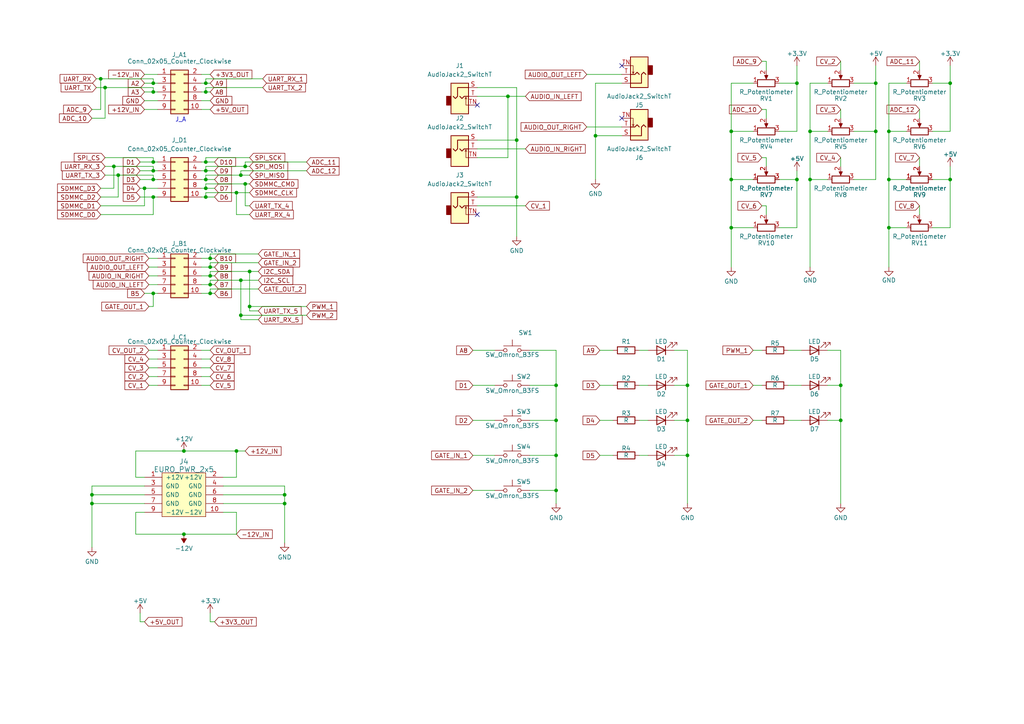
<source format=kicad_sch>
(kicad_sch (version 20231120) (generator "eeschema") (generator_version "8.0")
  (paper "A4")
  (lib_symbols
    (symbol "Connector_Audio:AudioJack2_SwitchT"
      (property "Reference" "J" (at 0 8.89 0))
      (property "Value" "AudioJack2_SwitchT" (at 0 6.35 0))
      (symbol "AudioJack2_SwitchT_0_1"
        (rectangle (start -2.54 0) (end -3.81 -2.54) (stroke (width 0.254)) (fill (type outline)))
        (polyline (pts (xy 1.778 -0.254) (xy 2.032 -0.762)))
        (polyline (pts (xy 0 0) (xy 0.635 -0.635) (xy 1.27 0) (xy 2.54 0)) (stroke (width 0.254)))
        (polyline (pts (xy 2.54 -2.54) (xy 1.778 -2.54) (xy 1.778 -0.254) (xy 1.524 -0.762)))
        (polyline (pts (xy 2.54 2.54) (xy -0.635 2.54) (xy -0.635 0) (xy -1.27 -0.635) (xy -1.905 0)) (stroke (width 0.254)))
        (rectangle (start 2.54 3.81) (end -2.54 -5.08) (stroke (width 0.254)) (fill (type background)))
      )
      (symbol "AudioJack2_SwitchT_1_1"
        (pin passive line (at 5.08 2.54 180) (length 2.54) (name "~") (number "S"))
        (pin passive line (at 5.08 0 180) (length 2.54) (name "~") (number "T"))
        (pin passive line (at 5.08 -2.54 180) (length 2.54) (name "~") (number "TN"))
      )
    )
    (symbol "Connector_Generic:Conn_02x05_Odd_Even" (pin_names (offset 1.016) hide)
      (property "Reference" "J" (at 1.27 7.62 0))
      (property "Value" "Conn_02x05_Odd_Even" (at 1.27 -7.62 0))
      (symbol "Conn_02x05_Odd_Even_1_1"
        (rectangle (start -1.27 -4.953) (end 0 -5.207) (stroke (width 0.1524)))
        (rectangle (start -1.27 -2.413) (end 0 -2.667) (stroke (width 0.1524)))
        (rectangle (start -1.27 0.127) (end 0 -0.127) (stroke (width 0.1524)))
        (rectangle (start -1.27 2.667) (end 0 2.413) (stroke (width 0.1524)))
        (rectangle (start -1.27 5.207) (end 0 4.953) (stroke (width 0.1524)))
        (rectangle (start -1.27 6.35) (end 3.81 -6.35) (stroke (width 0.254)) (fill (type background)))
        (rectangle (start 3.81 -4.953) (end 2.54 -5.207) (stroke (width 0.1524)))
        (rectangle (start 3.81 -2.413) (end 2.54 -2.667) (stroke (width 0.1524)))
        (rectangle (start 3.81 0.127) (end 2.54 -0.127) (stroke (width 0.1524)))
        (rectangle (start 3.81 2.667) (end 2.54 2.413) (stroke (width 0.1524)))
        (rectangle (start 3.81 5.207) (end 2.54 4.953) (stroke (width 0.1524)))
        (pin passive line (at -5.08 5.08 0) (length 3.81) (name "Pin_1") (number "1"))
        (pin passive line (at 7.62 -5.08 180) (length 3.81) (name "Pin_10") (number "10"))
        (pin passive line (at 7.62 5.08 180) (length 3.81) (name "Pin_2") (number "2"))
        (pin passive line (at -5.08 2.54 0) (length 3.81) (name "Pin_3") (number "3"))
        (pin passive line (at 7.62 2.54 180) (length 3.81) (name "Pin_4") (number "4"))
        (pin passive line (at -5.08 0 0) (length 3.81) (name "Pin_5") (number "5"))
        (pin passive line (at 7.62 0 180) (length 3.81) (name "Pin_6") (number "6"))
        (pin passive line (at -5.08 -2.54 0) (length 3.81) (name "Pin_7") (number "7"))
        (pin passive line (at 7.62 -2.54 180) (length 3.81) (name "Pin_8") (number "8"))
        (pin passive line (at -5.08 -5.08 0) (length 3.81) (name "Pin_9") (number "9"))
      )
    )
    (symbol "Device:LED" (pin_numbers hide) (pin_names (offset 1.016) hide)
      (property "Reference" "D" (at 0 2.54 0))
      (property "Value" "LED" (at 0 -2.54 0))
      (symbol "LED_0_1"
        (polyline (pts (xy -1.27 -1.27) (xy -1.27 1.27)) (stroke (width 0.254)))
        (polyline (pts (xy -1.27 0) (xy 1.27 0)))
        (polyline (pts (xy 1.27 -1.27) (xy 1.27 1.27) (xy -1.27 0) (xy 1.27 -1.27)) (stroke (width 0.254)))
        (polyline (pts (xy -3.048 -0.762) (xy -4.572 -2.286) (xy -3.81 -2.286) (xy -4.572 -2.286) (xy -4.572 -1.524)))
        (polyline (pts (xy -1.778 -0.762) (xy -3.302 -2.286) (xy -2.54 -2.286) (xy -3.302 -2.286) (xy -3.302 -1.524)))
      )
      (symbol "LED_1_1"
        (pin passive line (at -3.81 0 0) (length 2.54) (name "K") (number "1"))
        (pin passive line (at 3.81 0 180) (length 2.54) (name "A") (number "2"))
      )
    )
    (symbol "Device:R" (pin_numbers hide) (pin_names (offset 0))
      (property "Reference" "R" (at 2.032 0 90))
      (property "Value" "R" (at 0 0 90))
      (symbol "R_0_1"
        (rectangle (start -1.016 -2.54) (end 1.016 2.54) (stroke (width 0.254)))
      )
      (symbol "R_1_1"
        (pin passive line (at 0 3.81 270) (length 1.27) (name "~") (number "1"))
        (pin passive line (at 0 -3.81 90) (length 1.27) (name "~") (number "2"))
      )
    )
    (symbol "Device:R_Potentiometer" (pin_names (offset 1.016) hide)
      (property "Reference" "RV" (at -4.445 0 90))
      (property "Value" "R_Potentiometer" (at -2.54 0 90))
      (symbol "R_Potentiometer_0_1"
        (polyline (pts (xy 2.54 0) (xy 1.524 0)))
        (polyline (pts (xy 1.143 0) (xy 2.286 0.508) (xy 2.286 -0.508) (xy 1.143 0)) (fill (type outline)))
        (rectangle (start 1.016 2.54) (end -1.016 -2.54) (stroke (width 0.254)))
      )
      (symbol "R_Potentiometer_1_1"
        (pin passive line (at 0 3.81 270) (length 1.27) (name "1") (number "1"))
        (pin passive line (at 3.81 0 180) (length 1.27) (name "2") (number "2"))
        (pin passive line (at 0 -3.81 90) (length 1.27) (name "3") (number "3"))
      )
    )
    (symbol "Eurocad:EURO_PWR_2x5" (pin_names (offset 1.016))
      (property "Reference" "J" (at 0 -7.62 0))
      (property "Value" "EURO_PWR_2x5" (at 0 7.62 0))
      (symbol "EURO_PWR_2x5_0_1"
        (rectangle (start -6.35 6.35) (end 6.35 -6.35) (fill (type background)))
      )
      (symbol "EURO_PWR_2x5_1_1"
        (pin power_in line (at -11.43 5.08 0) (length 5.08) (name "+12V") (number "1"))
        (pin power_in line (at 11.43 -5.08 180) (length 5.08) (name "-12V") (number "10"))
        (pin power_in line (at 11.43 5.08 180) (length 5.08) (name "+12V") (number "2"))
        (pin power_in line (at -11.43 2.54 0) (length 5.08) (name "GND") (number "3"))
        (pin power_in line (at 11.43 2.54 180) (length 5.08) (name "GND") (number "4"))
        (pin power_in line (at -11.43 0 0) (length 5.08) (name "GND") (number "5"))
        (pin power_in line (at 11.43 0 180) (length 5.08) (name "GND") (number "6"))
        (pin power_in line (at -11.43 -2.54 0) (length 5.08) (name "GND") (number "7"))
        (pin power_in line (at 11.43 -2.54 180) (length 5.08) (name "GND") (number "8"))
        (pin power_in line (at -11.43 -5.08 0) (length 5.08) (name "-12V") (number "9"))
      )
    )
    (symbol "Switch:SW_Omron_B3FS" (pin_numbers hide) (pin_names (offset 1.016) hide)
      (property "Reference" "SW" (at 1.27 2.54 0))
      (property "Value" "SW_Omron_B3FS" (at 0 -1.524 0))
      (symbol "SW_Omron_B3FS_0_1"
        (circle (center -2.032 0) (radius 0.508))
        (polyline (pts (xy 0 1.27) (xy 0 3.048)))
        (polyline (pts (xy 2.54 1.27) (xy -2.54 1.27)))
        (circle (center 2.032 0) (radius 0.508))
        (pin passive line (at -5.08 0 0) (length 2.54) (name "1") (number "1"))
        (pin passive line (at 5.08 0 180) (length 2.54) (name "2") (number "2"))
      )
    )
    (symbol "power:+12V" (power) (pin_names (offset 0))
      (property "Value" "+12V" (at 0 3.556 0))
      (symbol "+12V_0_1"
        (polyline (pts (xy -0.762 1.27) (xy 0 2.54)))
        (polyline (pts (xy 0 0) (xy 0 2.54)))
        (polyline (pts (xy 0 2.54) (xy 0.762 1.27)))
      )
      (symbol "+12V_1_1"
        (pin power_in line (at 0 0 90) (length 0) hide (name "+12V") (number "1"))
      )
    )
    (symbol "power:+3.3V" (power) (pin_names (offset 0))
      (property "Value" "+3.3V" (at 0 3.556 0))
      (symbol "+3.3V_0_1"
        (polyline (pts (xy -0.762 1.27) (xy 0 2.54)))
        (polyline (pts (xy 0 0) (xy 0 2.54)))
        (polyline (pts (xy 0 2.54) (xy 0.762 1.27)))
      )
      (symbol "+3.3V_1_1"
        (pin power_in line (at 0 0 90) (length 0) hide (name "+3.3V") (number "1"))
      )
    )
    (symbol "power:+5V" (power) (pin_names (offset 0))
      (property "Value" "+5V" (at 0 3.556 0))
      (symbol "+5V_0_1"
        (polyline (pts (xy -0.762 1.27) (xy 0 2.54)))
        (polyline (pts (xy 0 0) (xy 0 2.54)))
        (polyline (pts (xy 0 2.54) (xy 0.762 1.27)))
      )
      (symbol "+5V_1_1"
        (pin power_in line (at 0 0 90) (length 0) hide (name "+5V") (number "1"))
      )
    )
    (symbol "power:-12V" (power) (pin_names (offset 0))
      (property "Value" "-12V" (at 0 3.81 0))
      (symbol "-12V_0_0"
        (pin power_in line (at 0 0 90) (length 0) hide (name "-12V") (number "1"))
      )
      (symbol "-12V_0_1"
        (polyline (pts (xy 0 0) (xy 0 1.27) (xy 0.762 1.27) (xy 0 2.54) (xy -0.762 1.27) (xy 0 1.27)) (fill (type outline)))
      )
    )
    (symbol "power:GND" (power) (pin_names (offset 0))
      (property "Value" "GND" (at 0 -3.81 0))
      (symbol "GND_0_1"
        (polyline (pts (xy 0 0) (xy 0 -1.27) (xy 1.27 -1.27) (xy 0 -2.54) (xy -1.27 -1.27) (xy 0 -1.27)))
      )
      (symbol "GND_1_1"
        (pin power_in line (at 0 0 270) (length 0) hide (name "GND") (number "1"))
      )
    )
  )
  (junction (at 212.09 66.04))
  (junction (at 72.39 78.74))
  (junction (at 44.45 26.67))
  (junction (at 161.29 142.24))
  (junction (at 44.45 85.09))
  (junction (at 60.96 85.09))
  (junction (at 231.14 52.07))
  (junction (at 275.59 52.07))
  (junction (at 59.69 26.67))
  (junction (at 257.81 66.04))
  (junction (at 60.96 74.93))
  (junction (at 60.96 82.55))
  (junction (at 30.48 25.4))
  (junction (at 68.58 130.81))
  (junction (at 68.58 55.88))
  (junction (at 41.91 54.61))
  (junction (at 26.67 146.05))
  (junction (at 199.39 132.08))
  (junction (at 44.45 24.13))
  (junction (at 59.69 46.99))
  (junction (at 33.02 48.26))
  (junction (at 29.21 22.86))
  (junction (at 59.69 52.07))
  (junction (at 275.59 24.13))
  (junction (at 231.14 24.13))
  (junction (at 71.12 48.26))
  (junction (at 72.39 88.9))
  (junction (at 161.29 121.92))
  (junction (at 69.85 91.44))
  (junction (at 161.29 132.08))
  (junction (at 147.32 27.94))
  (junction (at 257.81 52.07))
  (junction (at 199.39 121.92))
  (junction (at 60.96 77.47))
  (junction (at 59.69 24.13))
  (junction (at 26.67 143.51))
  (junction (at 199.39 111.76))
  (junction (at 59.69 54.61))
  (junction (at 82.55 143.51))
  (junction (at 234.95 52.07))
  (junction (at 149.86 57.15))
  (junction (at 44.45 46.99))
  (junction (at 44.45 57.15))
  (junction (at 53.34 154.94))
  (junction (at 59.69 49.53))
  (junction (at 34.29 50.8))
  (junction (at 234.95 38.1))
  (junction (at 212.09 52.07))
  (junction (at 71.12 53.34))
  (junction (at 161.29 111.76))
  (junction (at 212.09 38.1))
  (junction (at 254 38.1))
  (junction (at 82.55 146.05))
  (junction (at 53.34 130.81))
  (junction (at 69.85 81.28))
  (junction (at 172.72 39.37))
  (junction (at 243.84 121.92))
  (junction (at 149.86 40.64))
  (junction (at 44.45 52.07))
  (junction (at 257.81 38.1))
  (junction (at 59.69 57.15))
  (junction (at 254 24.13))
  (junction (at 243.84 111.76))
  (junction (at 69.85 50.8))
  (junction (at 60.96 80.01))
  (junction (at 44.45 49.53))
  (no_connect (at 180.34 19.05))
  (no_connect (at 138.43 62.23))
  (no_connect (at 138.43 30.48))
  (no_connect (at 180.34 34.29))
  (wire (pts (xy 58.42 104.14) (xy 60.96 104.14)))
  (wire (pts (xy 161.29 142.24) (xy 161.29 132.08)))
  (wire (pts (xy 234.95 38.1) (xy 240.03 38.1)))
  (wire (pts (xy 222.25 17.78) (xy 222.25 20.32)))
  (wire (pts (xy 220.98 31.75) (xy 222.25 31.75)))
  (wire (pts (xy 43.18 82.55) (xy 45.72 82.55)))
  (wire (pts (xy 60.96 180.34) (xy 62.23 180.34)))
  (wire (pts (xy 33.02 54.61) (xy 33.02 48.26)))
  (wire (pts (xy 138.43 45.72) (xy 147.32 45.72)))
  (wire (pts (xy 29.21 57.15) (xy 34.29 57.15)))
  (wire (pts (xy 44.45 57.15) (xy 45.72 57.15)))
  (wire (pts (xy 43.18 88.9) (xy 44.45 88.9)))
  (wire (pts (xy 29.21 31.75) (xy 29.21 22.86)))
  (wire (pts (xy 44.45 22.86) (xy 44.45 24.13)))
  (wire (pts (xy 240.03 24.13) (xy 234.95 24.13)))
  (wire (pts (xy 74.93 78.74) (xy 72.39 78.74)))
  (wire (pts (xy 275.59 66.04) (xy 275.59 52.07)))
  (wire (pts (xy 170.18 21.59) (xy 180.34 21.59)))
  (wire (pts (xy 137.16 132.08) (xy 143.51 132.08)))
  (wire (pts (xy 39.37 130.81) (xy 53.34 130.81)))
  (wire (pts (xy 212.09 66.04) (xy 218.44 66.04)))
  (wire (pts (xy 72.39 90.17) (xy 72.39 88.9)))
  (wire (pts (xy 60.96 78.74) (xy 60.96 80.01)))
  (wire (pts (xy 27.94 22.86) (xy 29.21 22.86)))
  (wire (pts (xy 64.77 148.59) (xy 68.58 148.59)))
  (wire (pts (xy 212.09 52.07) (xy 212.09 66.04)))
  (wire (pts (xy 44.45 25.4) (xy 44.45 26.67)))
  (wire (pts (xy 138.43 27.94) (xy 147.32 27.94)))
  (wire (pts (xy 58.42 49.53) (xy 59.69 49.53)))
  (wire (pts (xy 82.55 146.05) (xy 82.55 157.48)))
  (wire (pts (xy 218.44 111.76) (xy 220.98 111.76)))
  (wire (pts (xy 270.51 24.13) (xy 275.59 24.13)))
  (wire (pts (xy 161.29 132.08) (xy 161.29 121.92)))
  (wire (pts (xy 59.69 22.86) (xy 76.2 22.86)))
  (wire (pts (xy 137.16 142.24) (xy 143.51 142.24)))
  (wire (pts (xy 88.9 49.53) (xy 69.85 49.53)))
  (wire (pts (xy 212.09 38.1) (xy 212.09 52.07)))
  (wire (pts (xy 40.64 54.61) (xy 41.91 54.61)))
  (wire (pts (xy 212.09 52.07) (xy 218.44 52.07)))
  (wire (pts (xy 68.58 130.81) (xy 68.58 138.43)))
  (wire (pts (xy 68.58 154.94) (xy 68.58 148.59)))
  (wire (pts (xy 138.43 43.18) (xy 152.4 43.18)))
  (wire (pts (xy 30.48 34.29) (xy 30.48 25.4)))
  (wire (pts (xy 26.67 140.97) (xy 41.91 140.97)))
  (wire (pts (xy 220.98 59.69) (xy 222.25 59.69)))
  (wire (pts (xy 58.42 54.61) (xy 59.69 54.61)))
  (wire (pts (xy 266.7 31.75) (xy 266.7 34.29)))
  (wire (pts (xy 199.39 132.08) (xy 199.39 146.05)))
  (wire (pts (xy 59.69 25.4) (xy 76.2 25.4)))
  (wire (pts (xy 43.18 106.68) (xy 45.72 106.68)))
  (wire (pts (xy 138.43 40.64) (xy 149.86 40.64)))
  (wire (pts (xy 39.37 138.43) (xy 39.37 130.81)))
  (wire (pts (xy 228.6 111.76) (xy 232.41 111.76)))
  (wire (pts (xy 30.48 45.72) (xy 44.45 45.72)))
  (wire (pts (xy 27.94 25.4) (xy 30.48 25.4)))
  (wire (pts (xy 59.69 26.67) (xy 60.96 26.67)))
  (wire (pts (xy 270.51 38.1) (xy 275.59 38.1)))
  (wire (pts (xy 59.69 24.13) (xy 60.96 24.13)))
  (wire (pts (xy 173.99 111.76) (xy 177.8 111.76)))
  (wire (pts (xy 60.96 73.66) (xy 60.96 74.93)))
  (wire (pts (xy 172.72 24.13) (xy 172.72 39.37)))
  (wire (pts (xy 43.18 74.93) (xy 45.72 74.93)))
  (wire (pts (xy 43.18 101.6) (xy 45.72 101.6)))
  (wire (pts (xy 195.58 111.76) (xy 199.39 111.76)))
  (wire (pts (xy 199.39 111.76) (xy 199.39 121.92)))
  (wire (pts (xy 275.59 38.1) (xy 275.59 24.13)))
  (wire (pts (xy 58.42 52.07) (xy 59.69 52.07)))
  (wire (pts (xy 64.77 140.97) (xy 82.55 140.97)))
  (wire (pts (xy 64.77 146.05) (xy 82.55 146.05)))
  (wire (pts (xy 218.44 101.6) (xy 220.98 101.6)))
  (wire (pts (xy 231.14 19.05) (xy 231.14 24.13)))
  (wire (pts (xy 74.93 76.2) (xy 60.96 76.2)))
  (wire (pts (xy 41.91 85.09) (xy 44.45 85.09)))
  (wire (pts (xy 180.34 24.13) (xy 172.72 24.13)))
  (wire (pts (xy 72.39 88.9) (xy 88.9 88.9)))
  (wire (pts (xy 240.03 121.92) (xy 243.84 121.92)))
  (wire (pts (xy 58.42 80.01) (xy 60.96 80.01)))
  (wire (pts (xy 243.84 17.78) (xy 243.84 20.32)))
  (wire (pts (xy 60.96 74.93) (xy 62.23 74.93)))
  (wire (pts (xy 59.69 55.88) (xy 59.69 57.15)))
  (wire (pts (xy 44.45 52.07) (xy 45.72 52.07)))
  (wire (pts (xy 254 24.13) (xy 247.65 24.13)))
  (wire (pts (xy 58.42 85.09) (xy 60.96 85.09)))
  (wire (pts (xy 43.18 109.22) (xy 45.72 109.22)))
  (wire (pts (xy 41.91 24.13) (xy 44.45 24.13)))
  (wire (pts (xy 26.67 143.51) (xy 26.67 146.05)))
  (wire (pts (xy 199.39 101.6) (xy 199.39 111.76)))
  (wire (pts (xy 69.85 92.71) (xy 69.85 91.44)))
  (wire (pts (xy 58.42 82.55) (xy 60.96 82.55)))
  (wire (pts (xy 58.42 29.21) (xy 60.96 29.21)))
  (wire (pts (xy 58.42 46.99) (xy 59.69 46.99)))
  (wire (pts (xy 231.14 49.53) (xy 231.14 52.07)))
  (wire (pts (xy 68.58 138.43) (xy 64.77 138.43)))
  (wire (pts (xy 226.06 38.1) (xy 231.14 38.1)))
  (wire (pts (xy 64.77 143.51) (xy 82.55 143.51)))
  (wire (pts (xy 153.67 132.08) (xy 161.29 132.08)))
  (wire (pts (xy 82.55 140.97) (xy 82.55 143.51)))
  (wire (pts (xy 170.18 36.83) (xy 180.34 36.83)))
  (wire (pts (xy 222.25 45.72) (xy 222.25 48.26)))
  (wire (pts (xy 72.39 88.9) (xy 72.39 78.74)))
  (wire (pts (xy 222.25 59.69) (xy 222.25 62.23)))
  (wire (pts (xy 59.69 48.26) (xy 59.69 49.53)))
  (wire (pts (xy 44.45 26.67) (xy 45.72 26.67)))
  (wire (pts (xy 228.6 101.6) (xy 232.41 101.6)))
  (wire (pts (xy 41.91 138.43) (xy 39.37 138.43)))
  (wire (pts (xy 34.29 57.15) (xy 34.29 50.8)))
  (wire (pts (xy 26.67 146.05) (xy 41.91 146.05)))
  (wire (pts (xy 43.18 111.76) (xy 45.72 111.76)))
  (wire (pts (xy 69.85 81.28) (xy 60.96 81.28)))
  (wire (pts (xy 247.65 38.1) (xy 254 38.1)))
  (wire (pts (xy 41.91 31.75) (xy 45.72 31.75)))
  (wire (pts (xy 59.69 22.86) (xy 59.69 24.13)))
  (wire (pts (xy 59.69 49.53) (xy 62.23 49.53)))
  (wire (pts (xy 185.42 111.76) (xy 187.96 111.76)))
  (wire (pts (xy 218.44 121.92) (xy 220.98 121.92)))
  (wire (pts (xy 254 19.05) (xy 254 24.13)))
  (wire (pts (xy 72.39 55.88) (xy 68.58 55.88)))
  (wire (pts (xy 59.69 50.8) (xy 59.69 52.07)))
  (wire (pts (xy 72.39 78.74) (xy 60.96 78.74)))
  (wire (pts (xy 58.42 21.59) (xy 60.96 21.59)))
  (wire (pts (xy 173.99 101.6) (xy 177.8 101.6)))
  (wire (pts (xy 149.86 57.15) (xy 149.86 68.58)))
  (wire (pts (xy 222.25 31.75) (xy 222.25 34.29)))
  (wire (pts (xy 138.43 25.4) (xy 149.86 25.4)))
  (wire (pts (xy 44.45 88.9) (xy 44.45 85.09)))
  (wire (pts (xy 231.14 66.04) (xy 231.14 52.07)))
  (wire (pts (xy 153.67 111.76) (xy 161.29 111.76)))
  (wire (pts (xy 243.84 45.72) (xy 243.84 48.26)))
  (wire (pts (xy 173.99 132.08) (xy 177.8 132.08)))
  (wire (pts (xy 72.39 45.72) (xy 59.69 45.72)))
  (wire (pts (xy 43.18 104.14) (xy 45.72 104.14)))
  (wire (pts (xy 41.91 59.69) (xy 41.91 54.61)))
  (wire (pts (xy 74.93 92.71) (xy 69.85 92.71)))
  (wire (pts (xy 41.91 29.21) (xy 45.72 29.21)))
  (wire (pts (xy 149.86 40.64) (xy 149.86 57.15)))
  (wire (pts (xy 39.37 154.94) (xy 53.34 154.94)))
  (wire (pts (xy 53.34 130.81) (xy 68.58 130.81)))
  (wire (pts (xy 147.32 27.94) (xy 152.4 27.94)))
  (wire (pts (xy 60.96 83.82) (xy 60.96 85.09)))
  (wire (pts (xy 44.45 46.99) (xy 45.72 46.99)))
  (wire (pts (xy 270.51 66.04) (xy 275.59 66.04)))
  (wire (pts (xy 44.45 45.72) (xy 44.45 46.99)))
  (wire (pts (xy 82.55 143.51) (xy 82.55 146.05)))
  (wire (pts (xy 226.06 24.13) (xy 231.14 24.13)))
  (wire (pts (xy 172.72 39.37) (xy 172.72 52.07)))
  (wire (pts (xy 149.86 25.4) (xy 149.86 40.64)))
  (wire (pts (xy 257.81 24.13) (xy 262.89 24.13)))
  (wire (pts (xy 71.12 48.26) (xy 59.69 48.26)))
  (wire (pts (xy 212.09 38.1) (xy 218.44 38.1)))
  (wire (pts (xy 234.95 52.07) (xy 240.03 52.07)))
  (wire (pts (xy 26.67 143.51) (xy 41.91 143.51)))
  (wire (pts (xy 254 52.07) (xy 254 38.1)))
  (wire (pts (xy 40.64 49.53) (xy 44.45 49.53)))
  (wire (pts (xy 247.65 52.07) (xy 254 52.07)))
  (wire (pts (xy 240.03 101.6) (xy 243.84 101.6)))
  (wire (pts (xy 40.64 177.8) (xy 40.64 180.34)))
  (wire (pts (xy 58.42 26.67) (xy 59.69 26.67)))
  (wire (pts (xy 137.16 121.92) (xy 143.51 121.92)))
  (wire (pts (xy 172.72 39.37) (xy 180.34 39.37)))
  (wire (pts (xy 60.96 85.09) (xy 62.23 85.09)))
  (wire (pts (xy 58.42 109.22) (xy 60.96 109.22)))
  (wire (pts (xy 44.45 24.13) (xy 45.72 24.13)))
  (wire (pts (xy 72.39 48.26) (xy 71.12 48.26)))
  (wire (pts (xy 275.59 48.26) (xy 275.59 52.07)))
  (wire (pts (xy 195.58 132.08) (xy 199.39 132.08)))
  (wire (pts (xy 243.84 31.75) (xy 243.84 34.29)))
  (wire (pts (xy 220.98 17.78) (xy 222.25 17.78)))
  (wire (pts (xy 69.85 91.44) (xy 69.85 81.28)))
  (wire (pts (xy 41.91 148.59) (xy 39.37 148.59)))
  (wire (pts (xy 257.81 66.04) (xy 262.89 66.04)))
  (wire (pts (xy 60.96 81.28) (xy 60.96 82.55)))
  (wire (pts (xy 59.69 25.4) (xy 59.69 26.67)))
  (wire (pts (xy 41.91 54.61) (xy 45.72 54.61)))
  (wire (pts (xy 26.67 146.05) (xy 26.67 158.75)))
  (wire (pts (xy 30.48 48.26) (xy 33.02 48.26)))
  (wire (pts (xy 161.29 101.6) (xy 153.67 101.6)))
  (wire (pts (xy 68.58 62.23) (xy 68.58 55.88)))
  (wire (pts (xy 53.34 154.94) (xy 68.58 154.94)))
  (wire (pts (xy 243.84 121.92) (xy 243.84 146.05)))
  (wire (pts (xy 72.39 53.34) (xy 71.12 53.34)))
  (wire (pts (xy 59.69 46.99) (xy 62.23 46.99)))
  (wire (pts (xy 257.81 52.07) (xy 262.89 52.07)))
  (wire (pts (xy 161.29 111.76) (xy 161.29 101.6)))
  (wire (pts (xy 266.7 59.69) (xy 266.7 62.23)))
  (wire (pts (xy 270.51 52.07) (xy 275.59 52.07)))
  (wire (pts (xy 240.03 111.76) (xy 243.84 111.76)))
  (wire (pts (xy 58.42 101.6) (xy 60.96 101.6)))
  (wire (pts (xy 41.91 26.67) (xy 44.45 26.67)))
  (wire (pts (xy 71.12 59.69) (xy 71.12 53.34)))
  (wire (pts (xy 58.42 31.75) (xy 60.96 31.75)))
  (wire (pts (xy 44.45 49.53) (xy 45.72 49.53)))
  (wire (pts (xy 195.58 101.6) (xy 199.39 101.6)))
  (wire (pts (xy 59.69 57.15) (xy 62.23 57.15)))
  (wire (pts (xy 34.29 50.8) (xy 44.45 50.8)))
  (wire (pts (xy 68.58 130.81) (xy 71.12 130.81)))
  (wire (pts (xy 226.06 66.04) (xy 231.14 66.04)))
  (wire (pts (xy 71.12 46.99) (xy 71.12 48.26)))
  (wire (pts (xy 26.67 34.29) (xy 30.48 34.29)))
  (wire (pts (xy 72.39 59.69) (xy 71.12 59.69)))
  (wire (pts (xy 231.14 38.1) (xy 231.14 24.13)))
  (wire (pts (xy 88.9 46.99) (xy 71.12 46.99)))
  (wire (pts (xy 137.16 111.76) (xy 143.51 111.76)))
  (wire (pts (xy 185.42 101.6) (xy 187.96 101.6)))
  (wire (pts (xy 26.67 31.75) (xy 29.21 31.75)))
  (wire (pts (xy 40.64 52.07) (xy 44.45 52.07)))
  (wire (pts (xy 58.42 74.93) (xy 60.96 74.93)))
  (wire (pts (xy 69.85 91.44) (xy 88.9 91.44)))
  (wire (pts (xy 68.58 55.88) (xy 59.69 55.88)))
  (wire (pts (xy 58.42 106.68) (xy 60.96 106.68)))
  (wire (pts (xy 138.43 57.15) (xy 149.86 57.15)))
  (wire (pts (xy 41.91 21.59) (xy 45.72 21.59)))
  (wire (pts (xy 74.93 83.82) (xy 60.96 83.82)))
  (wire (pts (xy 74.93 81.28) (xy 69.85 81.28)))
  (wire (pts (xy 243.84 111.76) (xy 243.84 121.92)))
  (wire (pts (xy 257.81 38.1) (xy 262.89 38.1)))
  (wire (pts (xy 226.06 52.07) (xy 231.14 52.07)))
  (wire (pts (xy 60.96 77.47) (xy 62.23 77.47)))
  (wire (pts (xy 69.85 50.8) (xy 59.69 50.8)))
  (wire (pts (xy 257.81 52.07) (xy 257.81 38.1)))
  (wire (pts (xy 153.67 121.92) (xy 161.29 121.92)))
  (wire (pts (xy 58.42 57.15) (xy 59.69 57.15)))
  (wire (pts (xy 147.32 27.94) (xy 147.32 45.72)))
  (wire (pts (xy 185.42 132.08) (xy 187.96 132.08)))
  (wire (pts (xy 254 38.1) (xy 254 24.13)))
  (wire (pts (xy 199.39 121.92) (xy 199.39 132.08)))
  (wire (pts (xy 74.93 73.66) (xy 60.96 73.66)))
  (wire (pts (xy 228.6 121.92) (xy 232.41 121.92)))
  (wire (pts (xy 137.16 101.6) (xy 143.51 101.6)))
  (wire (pts (xy 44.45 48.26) (xy 44.45 49.53)))
  (wire (pts (xy 173.99 121.92) (xy 177.8 121.92)))
  (wire (pts (xy 58.42 24.13) (xy 59.69 24.13)))
  (wire (pts (xy 33.02 48.26) (xy 44.45 48.26)))
  (wire (pts (xy 257.81 38.1) (xy 257.81 24.13)))
  (wire (pts (xy 72.39 62.23) (xy 68.58 62.23)))
  (wire (pts (xy 266.7 45.72) (xy 266.7 48.26)))
  (wire (pts (xy 69.85 49.53) (xy 69.85 50.8)))
  (wire (pts (xy 29.21 62.23) (xy 44.45 62.23)))
  (wire (pts (xy 40.64 57.15) (xy 44.45 57.15)))
  (wire (pts (xy 43.18 77.47) (xy 45.72 77.47)))
  (wire (pts (xy 44.45 62.23) (xy 44.45 57.15)))
  (wire (pts (xy 60.96 80.01) (xy 62.23 80.01)))
  (wire (pts (xy 60.96 76.2) (xy 60.96 77.47)))
  (wire (pts (xy 40.64 180.34) (xy 41.91 180.34)))
  (wire (pts (xy 26.67 140.97) (xy 26.67 143.51)))
  (wire (pts (xy 44.45 85.09) (xy 45.72 85.09)))
  (wire (pts (xy 60.96 82.55) (xy 62.23 82.55)))
  (wire (pts (xy 161.29 121.92) (xy 161.29 111.76)))
  (wire (pts (xy 195.58 121.92) (xy 199.39 121.92)))
  (wire (pts (xy 266.7 17.78) (xy 266.7 20.32)))
  (wire (pts (xy 29.21 22.86) (xy 44.45 22.86)))
  (wire (pts (xy 72.39 50.8) (xy 69.85 50.8)))
  (wire (pts (xy 43.18 80.01) (xy 45.72 80.01)))
  (wire (pts (xy 59.69 54.61) (xy 62.23 54.61)))
  (wire (pts (xy 30.48 25.4) (xy 44.45 25.4)))
  (wire (pts (xy 185.42 121.92) (xy 187.96 121.92)))
  (wire (pts (xy 243.84 101.6) (xy 243.84 111.76)))
  (wire (pts (xy 44.45 50.8) (xy 44.45 52.07)))
  (wire (pts (xy 71.12 53.34) (xy 59.69 53.34)))
  (wire (pts (xy 40.64 46.99) (xy 44.45 46.99)))
  (wire (pts (xy 59.69 45.72) (xy 59.69 46.99)))
  (wire (pts (xy 212.09 77.47) (xy 212.09 66.04)))
  (wire (pts (xy 60.96 177.8) (xy 60.96 180.34)))
  (wire (pts (xy 29.21 54.61) (xy 33.02 54.61)))
  (wire (pts (xy 29.21 59.69) (xy 41.91 59.69)))
  (wire (pts (xy 59.69 53.34) (xy 59.69 54.61)))
  (wire (pts (xy 220.98 45.72) (xy 222.25 45.72)))
  (wire (pts (xy 275.59 19.05) (xy 275.59 24.13)))
  (wire (pts (xy 234.95 38.1) (xy 234.95 52.07)))
  (wire (pts (xy 161.29 146.05) (xy 161.29 142.24)))
  (wire (pts (xy 138.43 59.69) (xy 152.4 59.69)))
  (wire (pts (xy 218.44 24.13) (xy 212.09 24.13)))
  (wire (pts (xy 234.95 52.07) (xy 234.95 77.47)))
  (wire (pts (xy 58.42 77.47) (xy 60.96 77.47)))
  (wire (pts (xy 39.37 148.59) (xy 39.37 154.94)))
  (wire (pts (xy 59.69 52.07) (xy 62.23 52.07)))
  (wire (pts (xy 212.09 24.13) (xy 212.09 38.1)))
  (wire (pts (xy 58.42 111.76) (xy 60.96 111.76)))
  (wire (pts (xy 74.93 90.17) (xy 72.39 90.17)))
  (wire (pts (xy 234.95 24.13) (xy 234.95 38.1)))
  (wire (pts (xy 257.81 77.47) (xy 257.81 66.04)))
  (wire (pts (xy 257.81 66.04) (xy 257.81 52.07)))
  (wire (pts (xy 153.67 142.24) (xy 161.29 142.24)))
  (wire (pts (xy 30.48 50.8) (xy 34.29 50.8)))
  (text "J_A" (at 50.8 35.56 0) (effects (font (size 1.27 1.27)) (justify left bottom)))
  (global_label "D3" (shape input) (at 173.99 111.76 180) (property "Intersheetrefs" "${INTERSHEET_REFS}" (effects (hide yes))))
  (global_label "UART_TX_2" (shape input) (at 76.2 25.4 0) (property "Intersheetrefs" "${INTERSHEET_REFS}" (effects (hide yes))))
  (global_label "ADC_9" (shape input) (at 220.98 17.78 180) (property "Intersheetrefs" "${INTERSHEET_REFS}" (effects (hide yes))))
  (global_label "GATE_OUT_2" (shape input) (at 74.93 83.82 0) (property "Intersheetrefs" "${INTERSHEET_REFS}" (effects (hide yes))))
  (global_label "UART_TX_5" (shape input) (at 74.93 90.17 0) (property "Intersheetrefs" "${INTERSHEET_REFS}" (effects (hide yes))))
  (global_label "I2C_SDA" (shape input) (at 74.93 78.74 0) (property "Intersheetrefs" "${INTERSHEET_REFS}" (effects (hide yes))))
  (global_label "PWM_2" (shape input) (at 88.9 91.44 0) (property "Intersheetrefs" "${INTERSHEET_REFS}" (effects (hide yes))))
  (global_label "AUDIO_OUT_RIGHT" (shape input) (at 170.18 36.83 180) (property "Intersheetrefs" "${INTERSHEET_REFS}" (effects (hide yes))))
  (global_label "GND" (shape input) (at 60.96 29.21 0) (property "Intersheetrefs" "${INTERSHEET_REFS}" (effects (hide yes))))
  (global_label "D6" (shape input) (at 62.23 57.15 0) (property "Intersheetrefs" "${INTERSHEET_REFS}" (effects (hide yes))))
  (global_label "D2" (shape input) (at 137.16 121.92 180) (property "Intersheetrefs" "${INTERSHEET_REFS}" (effects (hide yes))))
  (global_label "CV_1" (shape input) (at 43.18 111.76 180) (property "Intersheetrefs" "${INTERSHEET_REFS}" (effects (hide yes))))
  (global_label "SPI_MOSI" (shape input) (at 72.39 48.26 0) (property "Intersheetrefs" "${INTERSHEET_REFS}" (effects (hide yes))))
  (global_label "+12V_IN" (shape input) (at 71.12 130.81 0) (property "Intersheetrefs" "${INTERSHEET_REFS}" (effects (hide yes))))
  (global_label "PWM_1" (shape input) (at 88.9 88.9 0) (property "Intersheetrefs" "${INTERSHEET_REFS}" (effects (hide yes))))
  (global_label "UART_RX_5" (shape input) (at 74.93 92.71 0) (property "Intersheetrefs" "${INTERSHEET_REFS}" (effects (hide yes))))
  (global_label "D1" (shape input) (at 40.64 46.99 180) (property "Intersheetrefs" "${INTERSHEET_REFS}" (effects (hide yes))))
  (global_label "+12V_IN" (shape input) (at 41.91 31.75 180) (property "Intersheetrefs" "${INTERSHEET_REFS}" (effects (hide yes))))
  (global_label "B5" (shape input) (at 41.91 85.09 180) (property "Intersheetrefs" "${INTERSHEET_REFS}" (effects (hide yes))))
  (global_label "CV_OUT_2" (shape input) (at 43.18 101.6 180) (property "Intersheetrefs" "${INTERSHEET_REFS}" (effects (hide yes))))
  (global_label "ADC_12" (shape input) (at 88.9 49.53 0) (property "Intersheetrefs" "${INTERSHEET_REFS}" (effects (hide yes))))
  (global_label "-12V_IN" (shape input) (at 68.58 154.94 0) (property "Intersheetrefs" "${INTERSHEET_REFS}" (effects (hide yes))))
  (global_label "SDMMC_CMD" (shape input) (at 72.39 53.34 0) (property "Intersheetrefs" "${INTERSHEET_REFS}" (effects (hide yes))))
  (global_label "B6" (shape input) (at 62.23 85.09 0) (property "Intersheetrefs" "${INTERSHEET_REFS}" (effects (hide yes))))
  (global_label "GND" (shape input) (at 41.91 29.21 180) (property "Intersheetrefs" "${INTERSHEET_REFS}" (effects (hide yes))))
  (global_label "+3V3_OUT" (shape input) (at 62.23 180.34 0) (property "Intersheetrefs" "${INTERSHEET_REFS}" (effects (hide yes))))
  (global_label "GATE_OUT_2" (shape input) (at 218.44 121.92 180) (property "Intersheetrefs" "${INTERSHEET_REFS}" (effects (hide yes))))
  (global_label "AUDIO_IN_LEFT" (shape input) (at 152.4 27.94 0) (property "Intersheetrefs" "${INTERSHEET_REFS}" (effects (hide yes))))
  (global_label "SPI_CS" (shape input) (at 30.48 45.72 180) (property "Intersheetrefs" "${INTERSHEET_REFS}" (effects (hide yes))))
  (global_label "CV_7" (shape input) (at 266.7 45.72 180) (property "Intersheetrefs" "${INTERSHEET_REFS}" (effects (hide yes))))
  (global_label "D5" (shape input) (at 40.64 57.15 180) (property "Intersheetrefs" "${INTERSHEET_REFS}" (effects (hide yes))))
  (global_label "CV_8" (shape input) (at 60.96 104.14 0) (property "Intersheetrefs" "${INTERSHEET_REFS}" (effects (hide yes))))
  (global_label "ADC_10" (shape input) (at 26.67 34.29 180) (property "Intersheetrefs" "${INTERSHEET_REFS}" (effects (hide yes))))
  (global_label "D4" (shape input) (at 40.64 54.61 180) (property "Intersheetrefs" "${INTERSHEET_REFS}" (effects (hide yes))))
  (global_label "AUDIO_IN_RIGHT" (shape input) (at 43.18 80.01 180) (property "Intersheetrefs" "${INTERSHEET_REFS}" (effects (hide yes))))
  (global_label "D10" (shape input) (at 62.23 46.99 0) (property "Intersheetrefs" "${INTERSHEET_REFS}" (effects (hide yes))))
  (global_label "A9" (shape input) (at 60.96 24.13 0) (property "Intersheetrefs" "${INTERSHEET_REFS}" (effects (hide yes))))
  (global_label "A3" (shape input) (at 41.91 26.67 180) (property "Intersheetrefs" "${INTERSHEET_REFS}" (effects (hide yes))))
  (global_label "SDMMC_D2" (shape input) (at 29.21 57.15 180) (property "Intersheetrefs" "${INTERSHEET_REFS}" (effects (hide yes))))
  (global_label "CV_6" (shape input) (at 60.96 109.22 0) (property "Intersheetrefs" "${INTERSHEET_REFS}" (effects (hide yes))))
  (global_label "GATE_IN_1" (shape input) (at 137.16 132.08 180) (property "Intersheetrefs" "${INTERSHEET_REFS}" (effects (hide yes))))
  (global_label "SDMMC_D1" (shape input) (at 29.21 59.69 180) (property "Intersheetrefs" "${INTERSHEET_REFS}" (effects (hide yes))))
  (global_label "GATE_IN_1" (shape input) (at 74.93 73.66 0) (property "Intersheetrefs" "${INTERSHEET_REFS}" (effects (hide yes))))
  (global_label "AUDIO_OUT_LEFT" (shape input) (at 170.18 21.59 180) (property "Intersheetrefs" "${INTERSHEET_REFS}" (effects (hide yes))))
  (global_label "D7" (shape input) (at 62.23 54.61 0) (property "Intersheetrefs" "${INTERSHEET_REFS}" (effects (hide yes))))
  (global_label "+5V_OUT" (shape input) (at 41.91 180.34 0) (property "Intersheetrefs" "${INTERSHEET_REFS}" (effects (hide yes))))
  (global_label "SDMMC_D0" (shape input) (at 29.21 62.23 180) (property "Intersheetrefs" "${INTERSHEET_REFS}" (effects (hide yes))))
  (global_label "CV_2" (shape input) (at 43.18 109.22 180) (property "Intersheetrefs" "${INTERSHEET_REFS}" (effects (hide yes))))
  (global_label "-12V_IN" (shape input) (at 41.91 21.59 180) (property "Intersheetrefs" "${INTERSHEET_REFS}" (effects (hide yes))))
  (global_label "UART_RX_1" (shape input) (at 76.2 22.86 0) (property "Intersheetrefs" "${INTERSHEET_REFS}" (effects (hide yes))))
  (global_label "CV_3" (shape input) (at 43.18 106.68 180) (property "Intersheetrefs" "${INTERSHEET_REFS}" (effects (hide yes))))
  (global_label "GATE_OUT_1" (shape input) (at 218.44 111.76 180) (property "Intersheetrefs" "${INTERSHEET_REFS}" (effects (hide yes))))
  (global_label "SPI_SCK" (shape input) (at 72.39 45.72 0) (property "Intersheetrefs" "${INTERSHEET_REFS}" (effects (hide yes))))
  (global_label "D2" (shape input) (at 40.64 49.53 180) (property "Intersheetrefs" "${INTERSHEET_REFS}" (effects (hide yes))))
  (global_label "A8" (shape input) (at 137.16 101.6 180) (property "Intersheetrefs" "${INTERSHEET_REFS}" (effects (hide yes))))
  (global_label "UART_RX_3" (shape input) (at 30.48 48.26 180) (property "Intersheetrefs" "${INTERSHEET_REFS}" (effects (hide yes))))
  (global_label "B7" (shape input) (at 62.23 82.55 0) (property "Intersheetrefs" "${INTERSHEET_REFS}" (effects (hide yes))))
  (global_label "GATE_IN_2" (shape input) (at 137.16 142.24 180) (property "Intersheetrefs" "${INTERSHEET_REFS}" (effects (hide yes))))
  (global_label "A2" (shape input) (at 41.91 24.13 180) (property "Intersheetrefs" "${INTERSHEET_REFS}" (effects (hide yes))))
  (global_label "AUDIO_OUT_LEFT" (shape input) (at 43.18 77.47 180) (property "Intersheetrefs" "${INTERSHEET_REFS}" (effects (hide yes))))
  (global_label "A9" (shape input) (at 173.99 101.6 180) (property "Intersheetrefs" "${INTERSHEET_REFS}" (effects (hide yes))))
  (global_label "AUDIO_IN_RIGHT" (shape input) (at 152.4 43.18 0) (property "Intersheetrefs" "${INTERSHEET_REFS}" (effects (hide yes))))
  (global_label "CV_1" (shape input) (at 152.4 59.69 0) (property "Intersheetrefs" "${INTERSHEET_REFS}" (effects (hide yes))))
  (global_label "+5V_OUT" (shape input) (at 60.96 31.75 0) (property "Intersheetrefs" "${INTERSHEET_REFS}" (effects (hide yes))))
  (global_label "CV_3" (shape input) (at 243.84 31.75 180) (property "Intersheetrefs" "${INTERSHEET_REFS}" (effects (hide yes))))
  (global_label "CV_4" (shape input) (at 43.18 104.14 180) (property "Intersheetrefs" "${INTERSHEET_REFS}" (effects (hide yes))))
  (global_label "SDMMC_D3" (shape input) (at 29.21 54.61 180) (property "Intersheetrefs" "${INTERSHEET_REFS}" (effects (hide yes))))
  (global_label "UART_TX_4" (shape input) (at 72.39 59.69 0) (property "Intersheetrefs" "${INTERSHEET_REFS}" (effects (hide yes))))
  (global_label "D9" (shape input) (at 62.23 49.53 0) (property "Intersheetrefs" "${INTERSHEET_REFS}" (effects (hide yes))))
  (global_label "+3V3_OUT" (shape input) (at 60.96 21.59 0) (property "Intersheetrefs" "${INTERSHEET_REFS}" (effects (hide yes))))
  (global_label "ADC_11" (shape input) (at 88.9 46.99 0) (property "Intersheetrefs" "${INTERSHEET_REFS}" (effects (hide yes))))
  (global_label "ADC_10" (shape input) (at 220.98 31.75 180) (property "Intersheetrefs" "${INTERSHEET_REFS}" (effects (hide yes))))
  (global_label "UART_TX_3" (shape input) (at 30.48 50.8 180) (property "Intersheetrefs" "${INTERSHEET_REFS}" (effects (hide yes))))
  (global_label "CV_6" (shape input) (at 220.98 59.69 180) (property "Intersheetrefs" "${INTERSHEET_REFS}" (effects (hide yes))))
  (global_label "ADC_12" (shape input) (at 266.7 31.75 180) (property "Intersheetrefs" "${INTERSHEET_REFS}" (effects (hide yes))))
  (global_label "B8" (shape input) (at 62.23 80.01 0) (property "Intersheetrefs" "${INTERSHEET_REFS}" (effects (hide yes))))
  (global_label "B9" (shape input) (at 62.23 77.47 0) (property "Intersheetrefs" "${INTERSHEET_REFS}" (effects (hide yes))))
  (global_label "CV_4" (shape input) (at 243.84 45.72 180) (property "Intersheetrefs" "${INTERSHEET_REFS}" (effects (hide yes))))
  (global_label "CV_5" (shape input) (at 220.98 45.72 180) (property "Intersheetrefs" "${INTERSHEET_REFS}" (effects (hide yes))))
  (global_label "CV_5" (shape input) (at 60.96 111.76 0) (property "Intersheetrefs" "${INTERSHEET_REFS}" (effects (hide yes))))
  (global_label "D3" (shape input) (at 40.64 52.07 180) (property "Intersheetrefs" "${INTERSHEET_REFS}" (effects (hide yes))))
  (global_label "GATE_IN_2" (shape input) (at 74.93 76.2 0) (property "Intersheetrefs" "${INTERSHEET_REFS}" (effects (hide yes))))
  (global_label "AUDIO_OUT_RIGHT" (shape input) (at 43.18 74.93 180) (property "Intersheetrefs" "${INTERSHEET_REFS}" (effects (hide yes))))
  (global_label "SDMMC_CLK" (shape input) (at 72.39 55.88 0) (property "Intersheetrefs" "${INTERSHEET_REFS}" (effects (hide yes))))
  (global_label "CV_2" (shape input) (at 243.84 17.78 180) (property "Intersheetrefs" "${INTERSHEET_REFS}" (effects (hide yes))))
  (global_label "I2C_SCL" (shape input) (at 74.93 81.28 0) (property "Intersheetrefs" "${INTERSHEET_REFS}" (effects (hide yes))))
  (global_label "CV_OUT_1" (shape input) (at 60.96 101.6 0) (property "Intersheetrefs" "${INTERSHEET_REFS}" (effects (hide yes))))
  (global_label "D1" (shape input) (at 137.16 111.76 180) (property "Intersheetrefs" "${INTERSHEET_REFS}" (effects (hide yes))))
  (global_label "UART_TX" (shape input) (at 27.94 25.4 180) (property "Intersheetrefs" "${INTERSHEET_REFS}" (effects (hide yes))))
  (global_label "GATE_OUT_1" (shape input) (at 43.18 88.9 180) (property "Intersheetrefs" "${INTERSHEET_REFS}" (effects (hide yes))))
  (global_label "AUDIO_IN_LEFT" (shape input) (at 43.18 82.55 180) (property "Intersheetrefs" "${INTERSHEET_REFS}" (effects (hide yes))))
  (global_label "ADC_9" (shape input) (at 26.67 31.75 180) (property "Intersheetrefs" "${INTERSHEET_REFS}" (effects (hide yes))))
  (global_label "A8" (shape input) (at 60.96 26.67 0) (property "Intersheetrefs" "${INTERSHEET_REFS}" (effects (hide yes))))
  (global_label "SPI_MISO" (shape input) (at 72.39 50.8 0) (property "Intersheetrefs" "${INTERSHEET_REFS}" (effects (hide yes))))
  (global_label "D8" (shape input) (at 62.23 52.07 0) (property "Intersheetrefs" "${INTERSHEET_REFS}" (effects (hide yes))))
  (global_label "B10" (shape input) (at 62.23 74.93 0) (property "Intersheetrefs" "${INTERSHEET_REFS}" (effects (hide yes))))
  (global_label "PWM_1" (shape input) (at 218.44 101.6 180) (property "Intersheetrefs" "${INTERSHEET_REFS}" (effects (hide yes))))
  (global_label "CV_8" (shape input) (at 266.7 59.69 180) (property "Intersheetrefs" "${INTERSHEET_REFS}" (effects (hide yes))))
  (global_label "UART_RX" (shape input) (at 27.94 22.86 180) (property "Intersheetrefs" "${INTERSHEET_REFS}" (effects (hide yes))))
  (global_label "ADC_11" (shape input) (at 266.7 17.78 180) (property "Intersheetrefs" "${INTERSHEET_REFS}" (effects (hide yes))))
  (global_label "D5" (shape input) (at 173.99 132.08 180) (property "Intersheetrefs" "${INTERSHEET_REFS}" (effects (hide yes))))
  (global_label "D4" (shape input) (at 173.99 121.92 180) (property "Intersheetrefs" "${INTERSHEET_REFS}" (effects (hide yes))))
  (global_label "CV_7" (shape input) (at 60.96 106.68 0) (property "Intersheetrefs" "${INTERSHEET_REFS}" (effects (hide yes))))
  (global_label "UART_RX_4" (shape input) (at 72.39 62.23 0) (property "Intersheetrefs" "${INTERSHEET_REFS}" (effects (hide yes))))
  (symbol (lib_id "Device:R_Potentiometer") (at 222.25 52.07 90) (unit 1)
    (property "Reference" "RV7" (at 222.25 56.515 90))
    (property "Value" "R_Potentiometer" (at 222.25 54.61 90))
    (property "Footprint" "Potentiometer_THT:Potentiometer_Alpha_RD901F-40-00D_Single_Vertical_CircularHoles" (effects (hide yes)))
  )
  (symbol (lib_id "Connector_Generic:Conn_02x05_Odd_Even") (at 50.8 80.01 0) (unit 1)
    (property "Reference" "J_B1" (at 52.07 70.6501 0))
    (property "Value" "Conn_02x05_Counter_Clockwise" (at 52.07 72.5711 0))
    (property "Footprint" "Connector_PinSocket_2.54mm:PinSocket_2x05_P2.54mm_Vertical" (effects (hide yes)))
  )
  (symbol (lib_id "Device:LED") (at 236.22 101.6 180) (unit 1)
    (property "Reference" "D5" (at 236.22 104.14 0))
    (property "Value" "LED" (at 236.22 99.06 0))
    (property "Footprint" "LED_THT:LED_D3.0mm" (effects (hide yes)))
  )
  (symbol (lib_id "power:+5V") (at 231.14 49.53 0) (unit 1)
    (property "Reference" "#PWR07" (effects (hide yes)))
    (property "Value" "+5V" (at 231.14 46.0281 0))
  )
  (symbol (lib_id "Device:R_Potentiometer") (at 266.7 24.13 90) (unit 1)
    (property "Reference" "RV3" (at 266.7 28.575 90))
    (property "Value" "R_Potentiometer" (at 266.7 26.67 90))
    (property "Footprint" "Potentiometer_THT:Potentiometer_Alpha_RD901F-40-00D_Single_Vertical_CircularHoles" (effects (hide yes)))
  )
  (symbol (lib_id "Device:R_Potentiometer") (at 222.25 38.1 90) (unit 1)
    (property "Reference" "RV4" (at 222.25 42.545 90))
    (property "Value" "R_Potentiometer" (at 222.25 40.64 90))
    (property "Footprint" "Potentiometer_THT:Potentiometer_Alpha_RD901F-40-00D_Single_Vertical_CircularHoles" (effects (hide yes)))
  )
  (symbol (lib_id "power:+5V") (at 254 19.05 0) (unit 1)
    (property "Reference" "#PWR06" (effects (hide yes)))
    (property "Value" "+5V" (at 254 15.5481 0))
  )
  (symbol (lib_id "power:-12V") (at 53.34 154.94 180) (unit 1)
    (property "Reference" "#PWR014" (effects (hide yes)))
    (property "Value" "-12V" (at 53.34 159.0755 0))
  )
  (symbol (lib_id "Device:R") (at 224.79 121.92 90) (unit 1)
    (property "Reference" "R7" (at 224.79 119.888 90))
    (property "Value" "R" (at 224.79 121.92 90))
    (property "Footprint" "Resistor_THT:R_Axial_DIN0411_L9.9mm_D3.6mm_P15.24mm_Horizontal" (effects (hide yes)))
  )
  (symbol (lib_id "Device:LED") (at 236.22 111.76 180) (unit 1)
    (property "Reference" "D6" (at 236.22 114.3 0))
    (property "Value" "LED" (at 236.22 109.22 0))
    (property "Footprint" "LED_THT:LED_D3.0mm" (effects (hide yes)))
  )
  (symbol (lib_id "Switch:SW_Omron_B3FS") (at 148.59 121.92 0) (unit 1)
    (property "Reference" "SW3" (at 149.86 119.38 0) (effects (justify left)))
    (property "Value" "SW_Omron_B3FS" (at 148.59 123.444 0))
    (property "Footprint" "Button_Switch_THT:SW_TH_Tactile_Omron_B3F-10xx" (effects (hide yes)))
    (property "Datasheet" "https://omronfs.omron.com/en_US/ecb/products/pdf/en-b3fs.pdf" (effects (hide yes)))
  )
  (symbol (lib_id "Device:LED") (at 191.77 111.76 180) (unit 1)
    (property "Reference" "D2" (at 191.77 114.3 0))
    (property "Value" "LED" (at 191.77 109.22 0))
    (property "Footprint" "LED_THT:LED_D3.0mm" (effects (hide yes)))
  )
  (symbol (lib_id "Device:R") (at 181.61 111.76 90) (unit 1)
    (property "Reference" "R2" (at 181.61 109.728 90))
    (property "Value" "R" (at 181.61 111.76 90))
    (property "Footprint" "Resistor_THT:R_Axial_DIN0411_L9.9mm_D3.6mm_P15.24mm_Horizontal" (effects (hide yes)))
  )
  (symbol (lib_id "power:GND") (at 172.72 52.07 0) (unit 1)
    (property "Reference" "#PWR02" (effects (hide yes)))
    (property "Value" "GND" (at 172.72 56.2055 0))
  )
  (symbol (lib_id "power:GND") (at 243.84 146.05 0) (unit 1)
    (property "Reference" "#PWR011" (effects (hide yes)))
    (property "Value" "GND" (at 243.84 150.1855 0))
  )
  (symbol (lib_id "Device:R_Potentiometer") (at 243.84 38.1 90) (unit 1)
    (property "Reference" "RV5" (at 243.84 42.545 90))
    (property "Value" "R_Potentiometer" (at 243.84 40.64 90))
    (property "Footprint" "Potentiometer_THT:Potentiometer_Alpha_RD901F-40-00D_Single_Vertical_CircularHoles" (effects (hide yes)))
  )
  (symbol (lib_id "Connector_Audio:AudioJack2_SwitchT") (at 133.35 27.94 0) (unit 1)
    (property "Reference" "J1" (at 133.35 19.05 0))
    (property "Value" "AudioJack2_SwitchT" (at 133.35 21.59 0))
    (property "Footprint" "Connector_Audio:Jack_3.5mm_QingPu_WQP-PJ398SM_Vertical_CircularHoles" (effects (hide yes)))
  )
  (symbol (lib_id "Connector_Audio:AudioJack2_SwitchT") (at 185.42 21.59 180) (unit 1)
    (property "Reference" "J5" (at 185.42 30.48 0))
    (property "Value" "AudioJack2_SwitchT" (at 185.42 27.94 0))
    (property "Footprint" "Connector_Audio:Jack_3.5mm_QingPu_WQP-PJ398SM_Vertical_CircularHoles" (effects (hide yes)))
  )
  (symbol (lib_id "Device:LED") (at 191.77 132.08 180) (unit 1)
    (property "Reference" "D4" (at 191.77 134.62 0))
    (property "Value" "LED" (at 191.77 129.54 0))
    (property "Footprint" "LED_THT:LED_D3.0mm" (effects (hide yes)))
  )
  (symbol (lib_id "Device:R_Potentiometer") (at 243.84 24.13 90) (unit 1)
    (property "Reference" "RV2" (at 243.84 28.575 90))
    (property "Value" "R_Potentiometer" (at 243.84 26.67 90))
    (property "Footprint" "Potentiometer_THT:Potentiometer_Alpha_RD901F-40-00D_Single_Vertical_CircularHoles" (effects (hide yes)))
  )
  (symbol (lib_id "Device:R_Potentiometer") (at 266.7 52.07 90) (unit 1)
    (property "Reference" "RV9" (at 266.7 56.515 90))
    (property "Value" "R_Potentiometer" (at 266.7 54.61 90))
    (property "Footprint" "Potentiometer_THT:Potentiometer_Alpha_RD901F-40-00D_Single_Vertical_CircularHoles" (effects (hide yes)))
  )
  (symbol (lib_id "Switch:SW_Omron_B3FS") (at 148.59 132.08 0) (unit 1)
    (property "Reference" "SW4" (at 149.86 129.54 0) (effects (justify left)))
    (property "Value" "SW_Omron_B3FS" (at 148.59 133.604 0))
    (property "Footprint" "Button_Switch_THT:SW_TH_Tactile_Omron_B3F-10xx" (effects (hide yes)))
    (property "Datasheet" "https://omronfs.omron.com/en_US/ecb/products/pdf/en-b3fs.pdf" (effects (hide yes)))
  )
  (symbol (lib_id "Connector_Generic:Conn_02x05_Odd_Even") (at 50.8 52.07 0) (unit 1)
    (property "Reference" "J_D1" (at 52.07 40.64 0))
    (property "Value" "Conn_02x05_Counter_Clockwise" (at 52.07 43.18 0))
    (property "Footprint" "Connector_PinSocket_2.54mm:PinSocket_2x05_P2.54mm_Vertical" (effects (hide yes)))
  )
  (symbol (lib_id "Device:R_Potentiometer") (at 266.7 66.04 90) (unit 1)
    (property "Reference" "RV11" (at 266.7 70.485 90))
    (property "Value" "R_Potentiometer" (at 266.7 68.58 90))
    (property "Footprint" "Potentiometer_THT:Potentiometer_Alpha_RD901F-40-00D_Single_Vertical_CircularHoles" (effects (hide yes)))
  )
  (symbol (lib_id "Device:R") (at 224.79 101.6 90) (unit 1)
    (property "Reference" "R5" (at 224.79 99.568 90))
    (property "Value" "R" (at 224.79 101.6 90))
    (property "Footprint" "Resistor_THT:R_Axial_DIN0411_L9.9mm_D3.6mm_P15.24mm_Horizontal" (effects (hide yes)))
  )
  (symbol (lib_id "power:+5V") (at 40.64 177.8 0) (unit 1)
    (property "Reference" "#PWR016" (effects (hide yes)))
    (property "Value" "+5V" (at 40.64 174.2981 0))
  )
  (symbol (lib_id "Connector_Audio:AudioJack2_SwitchT") (at 133.35 59.69 0) (unit 1)
    (property "Reference" "J3" (at 133.35 50.8 0))
    (property "Value" "AudioJack2_SwitchT" (at 133.35 53.34 0))
    (property "Footprint" "Connector_Audio:Jack_3.5mm_QingPu_WQP-PJ398SM_Vertical_CircularHoles" (effects (hide yes)))
  )
  (symbol (lib_id "Connector_Generic:Conn_02x05_Odd_Even") (at 50.8 26.67 0) (unit 1)
    (property "Reference" "J_A1" (at 52.07 15.859 0))
    (property "Value" "Conn_02x05_Counter_Clockwise" (at 52.07 17.78 0))
    (property "Footprint" "Connector_PinSocket_2.54mm:PinSocket_2x05_P2.54mm_Vertical" (effects (hide yes)))
  )
  (symbol (lib_id "power:+5V") (at 275.59 48.26 0) (unit 1)
    (property "Reference" "#PWR08" (effects (hide yes)))
    (property "Value" "+5V" (at 275.59 44.7581 0))
  )
  (symbol (lib_id "Device:R_Potentiometer") (at 222.25 66.04 90) (unit 1)
    (property "Reference" "RV10" (at 222.25 70.485 90))
    (property "Value" "R_Potentiometer" (at 222.25 68.58 90))
    (property "Footprint" "Potentiometer_THT:Potentiometer_Alpha_RD901F-40-00D_Single_Vertical_CircularHoles" (effects (hide yes)))
  )
  (symbol (lib_id "power:GND") (at 234.95 77.47 0) (unit 1)
    (property "Reference" "#PWR0101" (effects (hide yes)))
    (property "Value" "GND" (at 234.95 81.28 0))
  )
  (symbol (lib_id "power:+12V") (at 53.34 130.81 0) (unit 1)
    (property "Reference" "#PWR015" (effects (hide yes)))
    (property "Value" "+12V" (at 53.34 127.3081 0))
  )
  (symbol (lib_id "power:+3.3V") (at 231.14 19.05 0) (unit 1)
    (property "Reference" "#PWR03" (effects (hide yes)))
    (property "Value" "+3.3V" (at 231.14 15.5481 0))
  )
  (symbol (lib_id "Device:R") (at 181.61 132.08 90) (unit 1)
    (property "Reference" "R4" (at 181.61 130.048 90))
    (property "Value" "R" (at 181.61 132.08 90))
    (property "Footprint" "Resistor_THT:R_Axial_DIN0411_L9.9mm_D3.6mm_P15.24mm_Horizontal" (effects (hide yes)))
  )
  (symbol (lib_id "power:+3.3V") (at 275.59 19.05 0) (unit 1)
    (property "Reference" "#PWR05" (effects (hide yes)))
    (property "Value" "+3.3V" (at 275.59 15.5481 0))
  )
  (symbol (lib_id "Device:R_Potentiometer") (at 222.25 24.13 90) (unit 1)
    (property "Reference" "RV1" (at 222.25 28.575 90))
    (property "Value" "R_Potentiometer" (at 222.25 26.67 90))
    (property "Footprint" "Potentiometer_THT:Potentiometer_Alpha_RD901F-40-00D_Single_Vertical_CircularHoles" (effects (hide yes)))
  )
  (symbol (lib_id "Device:R") (at 224.79 111.76 90) (unit 1)
    (property "Reference" "R6" (at 224.79 109.728 90))
    (property "Value" "R" (at 224.79 111.76 90))
    (property "Footprint" "Resistor_THT:R_Axial_DIN0411_L9.9mm_D3.6mm_P15.24mm_Horizontal" (effects (hide yes)))
  )
  (symbol (lib_id "Device:R") (at 181.61 101.6 90) (unit 1)
    (property "Reference" "R1" (at 181.61 99.06 90))
    (property "Value" "R" (at 181.61 101.6 90))
    (property "Footprint" "Resistor_THT:R_Axial_DIN0411_L9.9mm_D3.6mm_P15.24mm_Horizontal" (effects (hide yes)))
  )
  (symbol (lib_id "Switch:SW_Omron_B3FS") (at 148.59 111.76 0) (unit 1)
    (property "Reference" "SW2" (at 149.86 109.22 0) (effects (justify left)))
    (property "Value" "SW_Omron_B3FS" (at 148.59 113.284 0))
    (property "Footprint" "Button_Switch_THT:SW_TH_Tactile_Omron_B3F-10xx" (effects (hide yes)))
    (property "Datasheet" "https://omronfs.omron.com/en_US/ecb/products/pdf/en-b3fs.pdf" (effects (hide yes)))
  )
  (symbol (lib_id "Device:R_Potentiometer") (at 266.7 38.1 90) (unit 1)
    (property "Reference" "RV6" (at 266.7 42.545 90))
    (property "Value" "R_Potentiometer" (at 266.7 40.64 90))
    (property "Footprint" "Potentiometer_THT:Potentiometer_Alpha_RD901F-40-00D_Single_Vertical_CircularHoles" (effects (hide yes)))
  )
  (symbol (lib_id "Device:LED") (at 191.77 121.92 180) (unit 1)
    (property "Reference" "D3" (at 191.77 124.46 0))
    (property "Value" "LED" (at 191.77 119.38 0))
    (property "Footprint" "LED_THT:LED_D3.0mm" (effects (hide yes)))
  )
  (symbol (lib_id "Device:R") (at 181.61 121.92 90) (unit 1)
    (property "Reference" "R3" (at 181.61 119.888 90))
    (property "Value" "R" (at 181.61 121.92 90))
    (property "Footprint" "Resistor_THT:R_Axial_DIN0411_L9.9mm_D3.6mm_P15.24mm_Horizontal" (effects (hide yes)))
  )
  (symbol (lib_id "Connector_Audio:AudioJack2_SwitchT") (at 185.42 36.83 180) (unit 1)
    (property "Reference" "J6" (at 185.42 45.72 0))
    (property "Value" "AudioJack2_SwitchT" (at 185.42 43.18 0))
    (property "Footprint" "Connector_Audio:Jack_3.5mm_QingPu_WQP-PJ398SM_Vertical_CircularHoles" (effects (hide yes)))
  )
  (symbol (lib_id "power:GND") (at 212.09 77.47 0) (unit 1)
    (property "Reference" "#PWR04" (effects (hide yes)))
    (property "Value" "GND" (at 212.09 81.6055 0))
  )
  (symbol (lib_id "power:GND") (at 257.81 77.47 0) (unit 1)
    (property "Reference" "#PWR0102" (effects (hide yes)))
    (property "Value" "GND" (at 257.81 81.28 0))
  )
  (symbol (lib_id "Switch:SW_Omron_B3FS") (at 148.59 101.6 0) (unit 1)
    (property "Reference" "SW1" (at 152.4 96.52 0))
    (property "Value" "SW_Omron_B3FS" (at 148.59 102.87 0))
    (property "Footprint" "Button_Switch_THT:SW_TH_Tactile_Omron_B3F-10xx" (effects (hide yes)))
    (property "Datasheet" "https://omronfs.omron.com/en_US/ecb/products/pdf/en-b3fs.pdf" (effects (hide yes)))
  )
  (symbol (lib_id "Connector_Generic:Conn_02x05_Odd_Even") (at 50.8 106.68 0) (unit 1)
    (property "Reference" "J_C1" (at 52.07 97.79 0))
    (property "Value" "Conn_02x05_Counter_Clockwise" (at 52.07 99.06 0))
    (property "Footprint" "Connector_PinSocket_2.54mm:PinSocket_2x05_P2.54mm_Vertical" (effects (hide yes)))
  )
  (symbol (lib_id "power:GND") (at 82.55 157.48 0) (unit 1)
    (property "Reference" "#PWR012" (effects (hide yes)))
    (property "Value" "GND" (at 82.55 161.6155 0))
  )
  (symbol (lib_id "power:GND") (at 161.29 146.05 0) (unit 1)
    (property "Reference" "#PWR09" (effects (hide yes)))
    (property "Value" "GND" (at 161.29 150.1855 0))
  )
  (symbol (lib_id "power:GND") (at 26.67 158.75 0) (unit 1)
    (property "Reference" "#PWR013" (effects (hide yes)))
    (property "Value" "GND" (at 26.67 162.8855 0))
  )
  (symbol (lib_id "power:GND") (at 149.86 68.58 0) (unit 1)
    (property "Reference" "#PWR01" (effects (hide yes)))
    (property "Value" "GND" (at 149.86 72.7155 0))
  )
  (symbol (lib_id "Device:LED") (at 236.22 121.92 180) (unit 1)
    (property "Reference" "D7" (at 236.22 124.46 0))
    (property "Value" "LED" (at 236.22 119.38 0))
    (property "Footprint" "LED_THT:LED_D3.0mm" (effects (hide yes)))
  )
  (symbol (lib_id "Connector_Audio:AudioJack2_SwitchT") (at 133.35 43.18 0) (unit 1)
    (property "Reference" "J2" (at 133.35 34.29 0))
    (property "Value" "AudioJack2_SwitchT" (at 133.35 36.83 0))
    (property "Footprint" "Connector_Audio:Jack_3.5mm_QingPu_WQP-PJ398SM_Vertical_CircularHoles" (effects (hide yes)))
  )
  (symbol (lib_id "Eurocad:EURO_PWR_2x5") (at 53.34 143.51 0) (unit 1)
    (property "Reference" "J4" (at 53.34 133.9039 0) (effects (font (size 1.524 1.524))))
    (property "Value" "EURO_PWR_2x5" (at 53.34 136.1581 0) (effects (font (size 1.524 1.524))))
    (property "Footprint" "Connector_PinHeader_2.54mm:PinHeader_2x05_P2.54mm_Vertical" (effects (hide yes)))
  )
  (symbol (lib_id "Switch:SW_Omron_B3FS") (at 148.59 142.24 0) (unit 1)
    (property "Reference" "SW5" (at 149.86 139.7 0) (effects (justify left)))
    (property "Value" "SW_Omron_B3FS" (at 148.59 143.764 0))
    (property "Footprint" "Button_Switch_THT:SW_TH_Tactile_Omron_B3F-10xx" (effects (hide yes)))
    (property "Datasheet" "https://omronfs.omron.com/en_US/ecb/products/pdf/en-b3fs.pdf" (effects (hide yes)))
  )
  (symbol (lib_id "power:GND") (at 199.39 146.05 0) (unit 1)
    (property "Reference" "#PWR010" (effects (hide yes)))
    (property "Value" "GND" (at 199.39 150.1855 0))
  )
  (symbol (lib_id "Device:LED") (at 191.77 101.6 180) (unit 1)
    (property "Reference" "D1" (at 191.77 104.14 0))
    (property "Value" "LED" (at 191.77 99.06 0))
    (property "Footprint" "LED_THT:LED_D3.0mm" (effects (hide yes)))
  )
  (symbol (lib_id "power:+3.3V") (at 60.96 177.8 0) (unit 1)
    (property "Reference" "#PWR017" (effects (hide yes)))
    (property "Value" "+3.3V" (at 60.96 174.2981 0))
  )
  (symbol (lib_id "Device:R_Potentiometer") (at 243.84 52.07 90) (unit 1)
    (property "Reference" "RV8" (at 243.84 56.515 90))
    (property "Value" "R_Potentiometer" (at 243.84 54.61 90))
    (property "Footprint" "Potentiometer_THT:Potentiometer_Alpha_RD901F-40-00D_Single_Vertical_CircularHoles" (effects (hide yes)))
  )
)
</source>
